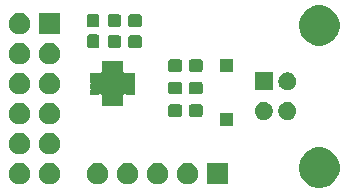
<source format=gbr>
G04 #@! TF.GenerationSoftware,KiCad,Pcbnew,5.1.6-c6e7f7d~86~ubuntu18.04.1*
G04 #@! TF.CreationDate,2021-05-10T21:05:39-07:00*
G04 #@! TF.ProjectId,usb_dev_pmod,7573625f-6465-4765-9f70-6d6f642e6b69,rev?*
G04 #@! TF.SameCoordinates,Original*
G04 #@! TF.FileFunction,Soldermask,Top*
G04 #@! TF.FilePolarity,Negative*
%FSLAX46Y46*%
G04 Gerber Fmt 4.6, Leading zero omitted, Abs format (unit mm)*
G04 Created by KiCad (PCBNEW 5.1.6-c6e7f7d~86~ubuntu18.04.1) date 2021-05-10 21:05:39*
%MOMM*%
%LPD*%
G01*
G04 APERTURE LIST*
%ADD10C,0.100000*%
G04 APERTURE END LIST*
D10*
G36*
X109700496Y-81668675D02*
G01*
X110011513Y-81797503D01*
X110011515Y-81797504D01*
X110291424Y-81984533D01*
X110529467Y-82222576D01*
X110716496Y-82502485D01*
X110716497Y-82502487D01*
X110845325Y-82813504D01*
X110911000Y-83143677D01*
X110911000Y-83480323D01*
X110845325Y-83810496D01*
X110716497Y-84121513D01*
X110716496Y-84121515D01*
X110529467Y-84401424D01*
X110291424Y-84639467D01*
X110011515Y-84826496D01*
X110011514Y-84826497D01*
X110011513Y-84826497D01*
X109700496Y-84955325D01*
X109370323Y-85021000D01*
X109033677Y-85021000D01*
X108703504Y-84955325D01*
X108392487Y-84826497D01*
X108392486Y-84826497D01*
X108392485Y-84826496D01*
X108112576Y-84639467D01*
X107874533Y-84401424D01*
X107687504Y-84121515D01*
X107687503Y-84121513D01*
X107558675Y-83810496D01*
X107493000Y-83480323D01*
X107493000Y-83143677D01*
X107558675Y-82813504D01*
X107687503Y-82502487D01*
X107687504Y-82502485D01*
X107874533Y-82222576D01*
X108112576Y-81984533D01*
X108392485Y-81797504D01*
X108392487Y-81797503D01*
X108703504Y-81668675D01*
X109033677Y-81603000D01*
X109370323Y-81603000D01*
X109700496Y-81668675D01*
G37*
G36*
X101485000Y-84721000D02*
G01*
X99683000Y-84721000D01*
X99683000Y-82919000D01*
X101485000Y-82919000D01*
X101485000Y-84721000D01*
G37*
G36*
X86473512Y-82923927D02*
G01*
X86622812Y-82953624D01*
X86786784Y-83021544D01*
X86934354Y-83120147D01*
X87059853Y-83245646D01*
X87158456Y-83393216D01*
X87226376Y-83557188D01*
X87261000Y-83731259D01*
X87261000Y-83908741D01*
X87226376Y-84082812D01*
X87158456Y-84246784D01*
X87059853Y-84394354D01*
X86934354Y-84519853D01*
X86786784Y-84618456D01*
X86622812Y-84686376D01*
X86473512Y-84716073D01*
X86448742Y-84721000D01*
X86271258Y-84721000D01*
X86246488Y-84716073D01*
X86097188Y-84686376D01*
X85933216Y-84618456D01*
X85785646Y-84519853D01*
X85660147Y-84394354D01*
X85561544Y-84246784D01*
X85493624Y-84082812D01*
X85459000Y-83908741D01*
X85459000Y-83731259D01*
X85493624Y-83557188D01*
X85561544Y-83393216D01*
X85660147Y-83245646D01*
X85785646Y-83120147D01*
X85933216Y-83021544D01*
X86097188Y-82953624D01*
X86246488Y-82923927D01*
X86271258Y-82919000D01*
X86448742Y-82919000D01*
X86473512Y-82923927D01*
G37*
G36*
X83933512Y-82923927D02*
G01*
X84082812Y-82953624D01*
X84246784Y-83021544D01*
X84394354Y-83120147D01*
X84519853Y-83245646D01*
X84618456Y-83393216D01*
X84686376Y-83557188D01*
X84721000Y-83731259D01*
X84721000Y-83908741D01*
X84686376Y-84082812D01*
X84618456Y-84246784D01*
X84519853Y-84394354D01*
X84394354Y-84519853D01*
X84246784Y-84618456D01*
X84082812Y-84686376D01*
X83933512Y-84716073D01*
X83908742Y-84721000D01*
X83731258Y-84721000D01*
X83706488Y-84716073D01*
X83557188Y-84686376D01*
X83393216Y-84618456D01*
X83245646Y-84519853D01*
X83120147Y-84394354D01*
X83021544Y-84246784D01*
X82953624Y-84082812D01*
X82919000Y-83908741D01*
X82919000Y-83731259D01*
X82953624Y-83557188D01*
X83021544Y-83393216D01*
X83120147Y-83245646D01*
X83245646Y-83120147D01*
X83393216Y-83021544D01*
X83557188Y-82953624D01*
X83706488Y-82923927D01*
X83731258Y-82919000D01*
X83908742Y-82919000D01*
X83933512Y-82923927D01*
G37*
G36*
X98157512Y-82923927D02*
G01*
X98306812Y-82953624D01*
X98470784Y-83021544D01*
X98618354Y-83120147D01*
X98743853Y-83245646D01*
X98842456Y-83393216D01*
X98910376Y-83557188D01*
X98945000Y-83731259D01*
X98945000Y-83908741D01*
X98910376Y-84082812D01*
X98842456Y-84246784D01*
X98743853Y-84394354D01*
X98618354Y-84519853D01*
X98470784Y-84618456D01*
X98306812Y-84686376D01*
X98157512Y-84716073D01*
X98132742Y-84721000D01*
X97955258Y-84721000D01*
X97930488Y-84716073D01*
X97781188Y-84686376D01*
X97617216Y-84618456D01*
X97469646Y-84519853D01*
X97344147Y-84394354D01*
X97245544Y-84246784D01*
X97177624Y-84082812D01*
X97143000Y-83908741D01*
X97143000Y-83731259D01*
X97177624Y-83557188D01*
X97245544Y-83393216D01*
X97344147Y-83245646D01*
X97469646Y-83120147D01*
X97617216Y-83021544D01*
X97781188Y-82953624D01*
X97930488Y-82923927D01*
X97955258Y-82919000D01*
X98132742Y-82919000D01*
X98157512Y-82923927D01*
G37*
G36*
X95617512Y-82923927D02*
G01*
X95766812Y-82953624D01*
X95930784Y-83021544D01*
X96078354Y-83120147D01*
X96203853Y-83245646D01*
X96302456Y-83393216D01*
X96370376Y-83557188D01*
X96405000Y-83731259D01*
X96405000Y-83908741D01*
X96370376Y-84082812D01*
X96302456Y-84246784D01*
X96203853Y-84394354D01*
X96078354Y-84519853D01*
X95930784Y-84618456D01*
X95766812Y-84686376D01*
X95617512Y-84716073D01*
X95592742Y-84721000D01*
X95415258Y-84721000D01*
X95390488Y-84716073D01*
X95241188Y-84686376D01*
X95077216Y-84618456D01*
X94929646Y-84519853D01*
X94804147Y-84394354D01*
X94705544Y-84246784D01*
X94637624Y-84082812D01*
X94603000Y-83908741D01*
X94603000Y-83731259D01*
X94637624Y-83557188D01*
X94705544Y-83393216D01*
X94804147Y-83245646D01*
X94929646Y-83120147D01*
X95077216Y-83021544D01*
X95241188Y-82953624D01*
X95390488Y-82923927D01*
X95415258Y-82919000D01*
X95592742Y-82919000D01*
X95617512Y-82923927D01*
G37*
G36*
X93077512Y-82923927D02*
G01*
X93226812Y-82953624D01*
X93390784Y-83021544D01*
X93538354Y-83120147D01*
X93663853Y-83245646D01*
X93762456Y-83393216D01*
X93830376Y-83557188D01*
X93865000Y-83731259D01*
X93865000Y-83908741D01*
X93830376Y-84082812D01*
X93762456Y-84246784D01*
X93663853Y-84394354D01*
X93538354Y-84519853D01*
X93390784Y-84618456D01*
X93226812Y-84686376D01*
X93077512Y-84716073D01*
X93052742Y-84721000D01*
X92875258Y-84721000D01*
X92850488Y-84716073D01*
X92701188Y-84686376D01*
X92537216Y-84618456D01*
X92389646Y-84519853D01*
X92264147Y-84394354D01*
X92165544Y-84246784D01*
X92097624Y-84082812D01*
X92063000Y-83908741D01*
X92063000Y-83731259D01*
X92097624Y-83557188D01*
X92165544Y-83393216D01*
X92264147Y-83245646D01*
X92389646Y-83120147D01*
X92537216Y-83021544D01*
X92701188Y-82953624D01*
X92850488Y-82923927D01*
X92875258Y-82919000D01*
X93052742Y-82919000D01*
X93077512Y-82923927D01*
G37*
G36*
X90537512Y-82923927D02*
G01*
X90686812Y-82953624D01*
X90850784Y-83021544D01*
X90998354Y-83120147D01*
X91123853Y-83245646D01*
X91222456Y-83393216D01*
X91290376Y-83557188D01*
X91325000Y-83731259D01*
X91325000Y-83908741D01*
X91290376Y-84082812D01*
X91222456Y-84246784D01*
X91123853Y-84394354D01*
X90998354Y-84519853D01*
X90850784Y-84618456D01*
X90686812Y-84686376D01*
X90537512Y-84716073D01*
X90512742Y-84721000D01*
X90335258Y-84721000D01*
X90310488Y-84716073D01*
X90161188Y-84686376D01*
X89997216Y-84618456D01*
X89849646Y-84519853D01*
X89724147Y-84394354D01*
X89625544Y-84246784D01*
X89557624Y-84082812D01*
X89523000Y-83908741D01*
X89523000Y-83731259D01*
X89557624Y-83557188D01*
X89625544Y-83393216D01*
X89724147Y-83245646D01*
X89849646Y-83120147D01*
X89997216Y-83021544D01*
X90161188Y-82953624D01*
X90310488Y-82923927D01*
X90335258Y-82919000D01*
X90512742Y-82919000D01*
X90537512Y-82923927D01*
G37*
G36*
X86473512Y-80383927D02*
G01*
X86622812Y-80413624D01*
X86786784Y-80481544D01*
X86934354Y-80580147D01*
X87059853Y-80705646D01*
X87158456Y-80853216D01*
X87226376Y-81017188D01*
X87261000Y-81191259D01*
X87261000Y-81368741D01*
X87226376Y-81542812D01*
X87158456Y-81706784D01*
X87059853Y-81854354D01*
X86934354Y-81979853D01*
X86786784Y-82078456D01*
X86622812Y-82146376D01*
X86473512Y-82176073D01*
X86448742Y-82181000D01*
X86271258Y-82181000D01*
X86246488Y-82176073D01*
X86097188Y-82146376D01*
X85933216Y-82078456D01*
X85785646Y-81979853D01*
X85660147Y-81854354D01*
X85561544Y-81706784D01*
X85493624Y-81542812D01*
X85459000Y-81368741D01*
X85459000Y-81191259D01*
X85493624Y-81017188D01*
X85561544Y-80853216D01*
X85660147Y-80705646D01*
X85785646Y-80580147D01*
X85933216Y-80481544D01*
X86097188Y-80413624D01*
X86246488Y-80383927D01*
X86271258Y-80379000D01*
X86448742Y-80379000D01*
X86473512Y-80383927D01*
G37*
G36*
X83933512Y-80383927D02*
G01*
X84082812Y-80413624D01*
X84246784Y-80481544D01*
X84394354Y-80580147D01*
X84519853Y-80705646D01*
X84618456Y-80853216D01*
X84686376Y-81017188D01*
X84721000Y-81191259D01*
X84721000Y-81368741D01*
X84686376Y-81542812D01*
X84618456Y-81706784D01*
X84519853Y-81854354D01*
X84394354Y-81979853D01*
X84246784Y-82078456D01*
X84082812Y-82146376D01*
X83933512Y-82176073D01*
X83908742Y-82181000D01*
X83731258Y-82181000D01*
X83706488Y-82176073D01*
X83557188Y-82146376D01*
X83393216Y-82078456D01*
X83245646Y-81979853D01*
X83120147Y-81854354D01*
X83021544Y-81706784D01*
X82953624Y-81542812D01*
X82919000Y-81368741D01*
X82919000Y-81191259D01*
X82953624Y-81017188D01*
X83021544Y-80853216D01*
X83120147Y-80705646D01*
X83245646Y-80580147D01*
X83393216Y-80481544D01*
X83557188Y-80413624D01*
X83706488Y-80383927D01*
X83731258Y-80379000D01*
X83908742Y-80379000D01*
X83933512Y-80383927D01*
G37*
G36*
X101897000Y-79799000D02*
G01*
X100795000Y-79799000D01*
X100795000Y-78697000D01*
X101897000Y-78697000D01*
X101897000Y-79799000D01*
G37*
G36*
X86473512Y-77843927D02*
G01*
X86622812Y-77873624D01*
X86786784Y-77941544D01*
X86934354Y-78040147D01*
X87059853Y-78165646D01*
X87158456Y-78313216D01*
X87226376Y-78477188D01*
X87261000Y-78651259D01*
X87261000Y-78828741D01*
X87226376Y-79002812D01*
X87158456Y-79166784D01*
X87059853Y-79314354D01*
X86934354Y-79439853D01*
X86786784Y-79538456D01*
X86622812Y-79606376D01*
X86473512Y-79636073D01*
X86448742Y-79641000D01*
X86271258Y-79641000D01*
X86246488Y-79636073D01*
X86097188Y-79606376D01*
X85933216Y-79538456D01*
X85785646Y-79439853D01*
X85660147Y-79314354D01*
X85561544Y-79166784D01*
X85493624Y-79002812D01*
X85459000Y-78828741D01*
X85459000Y-78651259D01*
X85493624Y-78477188D01*
X85561544Y-78313216D01*
X85660147Y-78165646D01*
X85785646Y-78040147D01*
X85933216Y-77941544D01*
X86097188Y-77873624D01*
X86246488Y-77843927D01*
X86271258Y-77839000D01*
X86448742Y-77839000D01*
X86473512Y-77843927D01*
G37*
G36*
X83933512Y-77843927D02*
G01*
X84082812Y-77873624D01*
X84246784Y-77941544D01*
X84394354Y-78040147D01*
X84519853Y-78165646D01*
X84618456Y-78313216D01*
X84686376Y-78477188D01*
X84721000Y-78651259D01*
X84721000Y-78828741D01*
X84686376Y-79002812D01*
X84618456Y-79166784D01*
X84519853Y-79314354D01*
X84394354Y-79439853D01*
X84246784Y-79538456D01*
X84082812Y-79606376D01*
X83933512Y-79636073D01*
X83908742Y-79641000D01*
X83731258Y-79641000D01*
X83706488Y-79636073D01*
X83557188Y-79606376D01*
X83393216Y-79538456D01*
X83245646Y-79439853D01*
X83120147Y-79314354D01*
X83021544Y-79166784D01*
X82953624Y-79002812D01*
X82919000Y-78828741D01*
X82919000Y-78651259D01*
X82953624Y-78477188D01*
X83021544Y-78313216D01*
X83120147Y-78165646D01*
X83245646Y-78040147D01*
X83393216Y-77941544D01*
X83557188Y-77873624D01*
X83706488Y-77843927D01*
X83731258Y-77839000D01*
X83908742Y-77839000D01*
X83933512Y-77843927D01*
G37*
G36*
X106641244Y-77751699D02*
G01*
X106715142Y-77766398D01*
X106854364Y-77824065D01*
X106979659Y-77907785D01*
X107086215Y-78014341D01*
X107169935Y-78139636D01*
X107227602Y-78278858D01*
X107257000Y-78426654D01*
X107257000Y-78577346D01*
X107227602Y-78725142D01*
X107169935Y-78864364D01*
X107086215Y-78989659D01*
X106979659Y-79096215D01*
X106854364Y-79179935D01*
X106715142Y-79237602D01*
X106641244Y-79252301D01*
X106567347Y-79267000D01*
X106416653Y-79267000D01*
X106342756Y-79252301D01*
X106268858Y-79237602D01*
X106129636Y-79179935D01*
X106004341Y-79096215D01*
X105897785Y-78989659D01*
X105814065Y-78864364D01*
X105756398Y-78725142D01*
X105727000Y-78577346D01*
X105727000Y-78426654D01*
X105756398Y-78278858D01*
X105814065Y-78139636D01*
X105897785Y-78014341D01*
X106004341Y-77907785D01*
X106129636Y-77824065D01*
X106268858Y-77766398D01*
X106342756Y-77751699D01*
X106416653Y-77737000D01*
X106567347Y-77737000D01*
X106641244Y-77751699D01*
G37*
G36*
X104641244Y-77751699D02*
G01*
X104715142Y-77766398D01*
X104854364Y-77824065D01*
X104979659Y-77907785D01*
X105086215Y-78014341D01*
X105169935Y-78139636D01*
X105227602Y-78278858D01*
X105257000Y-78426654D01*
X105257000Y-78577346D01*
X105227602Y-78725142D01*
X105169935Y-78864364D01*
X105086215Y-78989659D01*
X104979659Y-79096215D01*
X104854364Y-79179935D01*
X104715142Y-79237602D01*
X104641244Y-79252301D01*
X104567347Y-79267000D01*
X104416653Y-79267000D01*
X104342756Y-79252301D01*
X104268858Y-79237602D01*
X104129636Y-79179935D01*
X104004341Y-79096215D01*
X103897785Y-78989659D01*
X103814065Y-78864364D01*
X103756398Y-78725142D01*
X103727000Y-78577346D01*
X103727000Y-78426654D01*
X103756398Y-78278858D01*
X103814065Y-78139636D01*
X103897785Y-78014341D01*
X104004341Y-77907785D01*
X104129636Y-77824065D01*
X104268858Y-77766398D01*
X104342756Y-77751699D01*
X104416653Y-77737000D01*
X104567347Y-77737000D01*
X104641244Y-77751699D01*
G37*
G36*
X99156999Y-77964445D02*
G01*
X99194495Y-77975820D01*
X99229054Y-77994292D01*
X99259347Y-78019153D01*
X99284208Y-78049446D01*
X99302680Y-78084005D01*
X99314055Y-78121501D01*
X99318500Y-78166638D01*
X99318500Y-78805362D01*
X99314055Y-78850499D01*
X99302680Y-78887995D01*
X99284208Y-78922554D01*
X99259347Y-78952847D01*
X99229054Y-78977708D01*
X99194495Y-78996180D01*
X99156999Y-79007555D01*
X99111862Y-79012000D01*
X98373138Y-79012000D01*
X98328001Y-79007555D01*
X98290505Y-78996180D01*
X98255946Y-78977708D01*
X98225653Y-78952847D01*
X98200792Y-78922554D01*
X98182320Y-78887995D01*
X98170945Y-78850499D01*
X98166500Y-78805362D01*
X98166500Y-78166638D01*
X98170945Y-78121501D01*
X98182320Y-78084005D01*
X98200792Y-78049446D01*
X98225653Y-78019153D01*
X98255946Y-77994292D01*
X98290505Y-77975820D01*
X98328001Y-77964445D01*
X98373138Y-77960000D01*
X99111862Y-77960000D01*
X99156999Y-77964445D01*
G37*
G36*
X97406999Y-77964445D02*
G01*
X97444495Y-77975820D01*
X97479054Y-77994292D01*
X97509347Y-78019153D01*
X97534208Y-78049446D01*
X97552680Y-78084005D01*
X97564055Y-78121501D01*
X97568500Y-78166638D01*
X97568500Y-78805362D01*
X97564055Y-78850499D01*
X97552680Y-78887995D01*
X97534208Y-78922554D01*
X97509347Y-78952847D01*
X97479054Y-78977708D01*
X97444495Y-78996180D01*
X97406999Y-79007555D01*
X97361862Y-79012000D01*
X96623138Y-79012000D01*
X96578001Y-79007555D01*
X96540505Y-78996180D01*
X96505946Y-78977708D01*
X96475653Y-78952847D01*
X96450792Y-78922554D01*
X96432320Y-78887995D01*
X96420945Y-78850499D01*
X96416500Y-78805362D01*
X96416500Y-78166638D01*
X96420945Y-78121501D01*
X96432320Y-78084005D01*
X96450792Y-78049446D01*
X96475653Y-78019153D01*
X96505946Y-77994292D01*
X96540505Y-77975820D01*
X96578001Y-77964445D01*
X96623138Y-77960000D01*
X97361862Y-77960000D01*
X97406999Y-77964445D01*
G37*
G36*
X91099355Y-74300083D02*
G01*
X91104029Y-74301501D01*
X91108330Y-74303800D01*
X91114702Y-74309029D01*
X91135076Y-74322643D01*
X91157715Y-74332020D01*
X91181749Y-74336800D01*
X91206253Y-74336800D01*
X91230286Y-74332019D01*
X91252925Y-74322642D01*
X91273298Y-74309029D01*
X91279670Y-74303800D01*
X91283971Y-74301501D01*
X91288645Y-74300083D01*
X91299641Y-74299000D01*
X91588359Y-74299000D01*
X91599355Y-74300083D01*
X91604029Y-74301501D01*
X91608330Y-74303800D01*
X91614702Y-74309029D01*
X91635076Y-74322643D01*
X91657715Y-74332020D01*
X91681749Y-74336800D01*
X91706253Y-74336800D01*
X91730286Y-74332019D01*
X91752925Y-74322642D01*
X91773298Y-74309029D01*
X91779670Y-74303800D01*
X91783971Y-74301501D01*
X91788645Y-74300083D01*
X91799641Y-74299000D01*
X92088359Y-74299000D01*
X92099355Y-74300083D01*
X92104029Y-74301501D01*
X92108330Y-74303800D01*
X92114702Y-74309029D01*
X92135076Y-74322643D01*
X92157715Y-74332020D01*
X92181749Y-74336800D01*
X92206253Y-74336800D01*
X92230286Y-74332019D01*
X92252925Y-74322642D01*
X92273298Y-74309029D01*
X92279670Y-74303800D01*
X92283971Y-74301501D01*
X92288645Y-74300083D01*
X92299641Y-74299000D01*
X92588359Y-74299000D01*
X92599355Y-74300083D01*
X92604029Y-74301501D01*
X92608331Y-74303800D01*
X92612104Y-74306896D01*
X92615200Y-74310669D01*
X92617499Y-74314971D01*
X92618917Y-74319645D01*
X92620000Y-74330641D01*
X92620000Y-75044359D01*
X92618917Y-75055355D01*
X92617499Y-75060029D01*
X92615056Y-75064599D01*
X92601779Y-75084467D01*
X92592401Y-75107106D01*
X92587619Y-75131139D01*
X92587618Y-75155643D01*
X92592398Y-75179676D01*
X92601774Y-75202316D01*
X92615387Y-75222691D01*
X92632716Y-75240020D01*
X92644395Y-75249605D01*
X92653980Y-75261284D01*
X92671307Y-75278611D01*
X92691682Y-75292224D01*
X92714321Y-75301601D01*
X92738354Y-75306381D01*
X92762858Y-75306381D01*
X92786891Y-75301600D01*
X92809530Y-75292222D01*
X92829401Y-75278944D01*
X92833971Y-75276501D01*
X92838645Y-75275083D01*
X92849641Y-75274000D01*
X93563359Y-75274000D01*
X93574355Y-75275083D01*
X93579029Y-75276501D01*
X93583331Y-75278800D01*
X93587104Y-75281896D01*
X93590200Y-75285669D01*
X93592499Y-75289971D01*
X93593917Y-75294645D01*
X93595000Y-75305641D01*
X93595000Y-75594359D01*
X93593917Y-75605355D01*
X93592499Y-75610029D01*
X93590200Y-75614330D01*
X93584971Y-75620702D01*
X93571357Y-75641076D01*
X93561980Y-75663715D01*
X93557200Y-75687749D01*
X93557200Y-75712253D01*
X93561981Y-75736286D01*
X93571358Y-75758925D01*
X93584971Y-75779298D01*
X93590200Y-75785670D01*
X93592499Y-75789971D01*
X93593917Y-75794645D01*
X93595000Y-75805641D01*
X93595000Y-76094359D01*
X93593917Y-76105355D01*
X93592499Y-76110029D01*
X93590200Y-76114330D01*
X93584971Y-76120702D01*
X93571357Y-76141076D01*
X93561980Y-76163715D01*
X93557200Y-76187749D01*
X93557200Y-76212253D01*
X93561981Y-76236286D01*
X93571358Y-76258925D01*
X93584971Y-76279298D01*
X93590200Y-76285670D01*
X93592499Y-76289971D01*
X93593917Y-76294645D01*
X93595000Y-76305641D01*
X93595000Y-76594359D01*
X93593917Y-76605355D01*
X93592499Y-76610029D01*
X93590200Y-76614330D01*
X93584971Y-76620702D01*
X93571357Y-76641076D01*
X93561980Y-76663715D01*
X93557200Y-76687749D01*
X93557200Y-76712253D01*
X93561981Y-76736286D01*
X93571358Y-76758925D01*
X93584971Y-76779298D01*
X93590200Y-76785670D01*
X93592499Y-76789971D01*
X93593917Y-76794645D01*
X93595000Y-76805641D01*
X93595000Y-77094359D01*
X93593917Y-77105355D01*
X93592499Y-77110029D01*
X93590200Y-77114331D01*
X93587104Y-77118104D01*
X93583331Y-77121200D01*
X93579029Y-77123499D01*
X93574355Y-77124917D01*
X93563359Y-77126000D01*
X92849641Y-77126000D01*
X92838645Y-77124917D01*
X92833971Y-77123499D01*
X92829401Y-77121056D01*
X92809533Y-77107779D01*
X92786894Y-77098401D01*
X92762861Y-77093619D01*
X92738357Y-77093618D01*
X92714324Y-77098398D01*
X92691684Y-77107774D01*
X92671309Y-77121387D01*
X92653980Y-77138716D01*
X92644395Y-77150395D01*
X92632716Y-77159980D01*
X92615389Y-77177307D01*
X92601776Y-77197682D01*
X92592399Y-77220321D01*
X92587619Y-77244354D01*
X92587619Y-77268858D01*
X92592400Y-77292891D01*
X92601778Y-77315530D01*
X92615056Y-77335401D01*
X92617499Y-77339971D01*
X92618917Y-77344645D01*
X92620000Y-77355641D01*
X92620000Y-78069359D01*
X92618917Y-78080355D01*
X92617499Y-78085029D01*
X92615200Y-78089331D01*
X92612104Y-78093104D01*
X92608331Y-78096200D01*
X92604029Y-78098499D01*
X92599355Y-78099917D01*
X92588359Y-78101000D01*
X92299641Y-78101000D01*
X92288645Y-78099917D01*
X92283971Y-78098499D01*
X92279670Y-78096200D01*
X92273298Y-78090971D01*
X92252924Y-78077357D01*
X92230285Y-78067980D01*
X92206251Y-78063200D01*
X92181747Y-78063200D01*
X92157714Y-78067981D01*
X92135075Y-78077358D01*
X92114702Y-78090971D01*
X92108330Y-78096200D01*
X92104029Y-78098499D01*
X92099355Y-78099917D01*
X92088359Y-78101000D01*
X91799641Y-78101000D01*
X91788645Y-78099917D01*
X91783971Y-78098499D01*
X91779670Y-78096200D01*
X91773298Y-78090971D01*
X91752924Y-78077357D01*
X91730285Y-78067980D01*
X91706251Y-78063200D01*
X91681747Y-78063200D01*
X91657714Y-78067981D01*
X91635075Y-78077358D01*
X91614702Y-78090971D01*
X91608330Y-78096200D01*
X91604029Y-78098499D01*
X91599355Y-78099917D01*
X91588359Y-78101000D01*
X91299641Y-78101000D01*
X91288645Y-78099917D01*
X91283971Y-78098499D01*
X91279670Y-78096200D01*
X91273298Y-78090971D01*
X91252924Y-78077357D01*
X91230285Y-78067980D01*
X91206251Y-78063200D01*
X91181747Y-78063200D01*
X91157714Y-78067981D01*
X91135075Y-78077358D01*
X91114702Y-78090971D01*
X91108330Y-78096200D01*
X91104029Y-78098499D01*
X91099355Y-78099917D01*
X91088359Y-78101000D01*
X90799641Y-78101000D01*
X90788645Y-78099917D01*
X90783971Y-78098499D01*
X90779669Y-78096200D01*
X90775896Y-78093104D01*
X90772800Y-78089331D01*
X90770501Y-78085029D01*
X90769083Y-78080355D01*
X90768000Y-78069359D01*
X90768000Y-77355641D01*
X90769083Y-77344645D01*
X90770501Y-77339971D01*
X90772944Y-77335401D01*
X90786221Y-77315533D01*
X90795599Y-77292894D01*
X90800381Y-77268861D01*
X90800382Y-77244357D01*
X90795602Y-77220324D01*
X90786226Y-77197684D01*
X90772613Y-77177309D01*
X90755284Y-77159980D01*
X90743605Y-77150395D01*
X90734020Y-77138716D01*
X90716693Y-77121389D01*
X90696318Y-77107776D01*
X90673679Y-77098399D01*
X90649646Y-77093619D01*
X90625142Y-77093619D01*
X90601109Y-77098400D01*
X90578470Y-77107778D01*
X90558599Y-77121056D01*
X90554029Y-77123499D01*
X90549355Y-77124917D01*
X90538359Y-77126000D01*
X89824641Y-77126000D01*
X89813645Y-77124917D01*
X89808971Y-77123499D01*
X89804669Y-77121200D01*
X89800896Y-77118104D01*
X89797800Y-77114331D01*
X89795501Y-77110029D01*
X89794083Y-77105355D01*
X89793000Y-77094359D01*
X89793000Y-76805641D01*
X89794083Y-76794645D01*
X89795501Y-76789971D01*
X89797800Y-76785670D01*
X89803029Y-76779298D01*
X89816643Y-76758924D01*
X89826020Y-76736285D01*
X89830800Y-76712251D01*
X89830800Y-76687747D01*
X89826019Y-76663714D01*
X89816642Y-76641075D01*
X89803029Y-76620702D01*
X89797800Y-76614330D01*
X89795501Y-76610029D01*
X89794083Y-76605355D01*
X89793000Y-76594359D01*
X89793000Y-76305641D01*
X89794083Y-76294645D01*
X89795501Y-76289971D01*
X89797800Y-76285670D01*
X89803029Y-76279298D01*
X89816643Y-76258924D01*
X89826020Y-76236285D01*
X89830800Y-76212251D01*
X89830800Y-76187747D01*
X89826019Y-76163714D01*
X89816642Y-76141075D01*
X89803029Y-76120702D01*
X89797800Y-76114330D01*
X89795501Y-76110029D01*
X89794083Y-76105355D01*
X89793000Y-76094359D01*
X89793000Y-75805641D01*
X89794083Y-75794645D01*
X89795501Y-75789971D01*
X89797800Y-75785670D01*
X89803029Y-75779298D01*
X89816643Y-75758924D01*
X89826020Y-75736285D01*
X89830800Y-75712251D01*
X89830800Y-75687747D01*
X89826019Y-75663714D01*
X89816642Y-75641075D01*
X89803029Y-75620702D01*
X89797800Y-75614330D01*
X89795501Y-75610029D01*
X89794083Y-75605355D01*
X89793000Y-75594359D01*
X89793000Y-75305641D01*
X89794083Y-75294645D01*
X89795501Y-75289971D01*
X89797800Y-75285669D01*
X89800896Y-75281896D01*
X89804669Y-75278800D01*
X89808971Y-75276501D01*
X89813645Y-75275083D01*
X89824641Y-75274000D01*
X90538359Y-75274000D01*
X90549355Y-75275083D01*
X90554029Y-75276501D01*
X90558599Y-75278944D01*
X90578467Y-75292221D01*
X90601106Y-75301599D01*
X90625139Y-75306381D01*
X90649643Y-75306382D01*
X90673676Y-75301602D01*
X90696316Y-75292226D01*
X90716691Y-75278613D01*
X90734020Y-75261284D01*
X90743605Y-75249605D01*
X90755284Y-75240020D01*
X90772611Y-75222693D01*
X90786224Y-75202318D01*
X90795601Y-75179679D01*
X90800381Y-75155646D01*
X90800381Y-75131142D01*
X90795600Y-75107109D01*
X90786222Y-75084470D01*
X90772944Y-75064599D01*
X90770501Y-75060029D01*
X90769083Y-75055355D01*
X90768000Y-75044359D01*
X90768000Y-74330641D01*
X90769083Y-74319645D01*
X90770501Y-74314971D01*
X90772800Y-74310669D01*
X90775896Y-74306896D01*
X90779669Y-74303800D01*
X90783971Y-74301501D01*
X90788645Y-74300083D01*
X90799641Y-74299000D01*
X91088359Y-74299000D01*
X91099355Y-74300083D01*
G37*
G36*
X99156999Y-76059445D02*
G01*
X99194495Y-76070820D01*
X99229054Y-76089292D01*
X99259347Y-76114153D01*
X99284208Y-76144446D01*
X99302680Y-76179005D01*
X99314055Y-76216501D01*
X99318500Y-76261638D01*
X99318500Y-76900362D01*
X99314055Y-76945499D01*
X99302680Y-76982995D01*
X99284208Y-77017554D01*
X99259347Y-77047847D01*
X99229054Y-77072708D01*
X99194495Y-77091180D01*
X99156999Y-77102555D01*
X99111862Y-77107000D01*
X98373138Y-77107000D01*
X98328001Y-77102555D01*
X98290505Y-77091180D01*
X98255946Y-77072708D01*
X98225653Y-77047847D01*
X98200792Y-77017554D01*
X98182320Y-76982995D01*
X98170945Y-76945499D01*
X98166500Y-76900362D01*
X98166500Y-76261638D01*
X98170945Y-76216501D01*
X98182320Y-76179005D01*
X98200792Y-76144446D01*
X98225653Y-76114153D01*
X98255946Y-76089292D01*
X98290505Y-76070820D01*
X98328001Y-76059445D01*
X98373138Y-76055000D01*
X99111862Y-76055000D01*
X99156999Y-76059445D01*
G37*
G36*
X97406999Y-76059445D02*
G01*
X97444495Y-76070820D01*
X97479054Y-76089292D01*
X97509347Y-76114153D01*
X97534208Y-76144446D01*
X97552680Y-76179005D01*
X97564055Y-76216501D01*
X97568500Y-76261638D01*
X97568500Y-76900362D01*
X97564055Y-76945499D01*
X97552680Y-76982995D01*
X97534208Y-77017554D01*
X97509347Y-77047847D01*
X97479054Y-77072708D01*
X97444495Y-77091180D01*
X97406999Y-77102555D01*
X97361862Y-77107000D01*
X96623138Y-77107000D01*
X96578001Y-77102555D01*
X96540505Y-77091180D01*
X96505946Y-77072708D01*
X96475653Y-77047847D01*
X96450792Y-77017554D01*
X96432320Y-76982995D01*
X96420945Y-76945499D01*
X96416500Y-76900362D01*
X96416500Y-76261638D01*
X96420945Y-76216501D01*
X96432320Y-76179005D01*
X96450792Y-76144446D01*
X96475653Y-76114153D01*
X96505946Y-76089292D01*
X96540505Y-76070820D01*
X96578001Y-76059445D01*
X96623138Y-76055000D01*
X97361862Y-76055000D01*
X97406999Y-76059445D01*
G37*
G36*
X83933512Y-75303927D02*
G01*
X84082812Y-75333624D01*
X84246784Y-75401544D01*
X84394354Y-75500147D01*
X84519853Y-75625646D01*
X84618456Y-75773216D01*
X84686376Y-75937188D01*
X84709843Y-76055168D01*
X84721000Y-76111258D01*
X84721000Y-76288742D01*
X84716153Y-76313110D01*
X84686376Y-76462812D01*
X84618456Y-76626784D01*
X84519853Y-76774354D01*
X84394354Y-76899853D01*
X84246784Y-76998456D01*
X84082812Y-77066376D01*
X83942128Y-77094359D01*
X83908742Y-77101000D01*
X83731258Y-77101000D01*
X83697872Y-77094359D01*
X83557188Y-77066376D01*
X83393216Y-76998456D01*
X83245646Y-76899853D01*
X83120147Y-76774354D01*
X83021544Y-76626784D01*
X82953624Y-76462812D01*
X82923847Y-76313110D01*
X82919000Y-76288742D01*
X82919000Y-76111258D01*
X82930157Y-76055168D01*
X82953624Y-75937188D01*
X83021544Y-75773216D01*
X83120147Y-75625646D01*
X83245646Y-75500147D01*
X83393216Y-75401544D01*
X83557188Y-75333624D01*
X83706488Y-75303927D01*
X83731258Y-75299000D01*
X83908742Y-75299000D01*
X83933512Y-75303927D01*
G37*
G36*
X86473512Y-75303927D02*
G01*
X86622812Y-75333624D01*
X86786784Y-75401544D01*
X86934354Y-75500147D01*
X87059853Y-75625646D01*
X87158456Y-75773216D01*
X87226376Y-75937188D01*
X87249843Y-76055168D01*
X87261000Y-76111258D01*
X87261000Y-76288742D01*
X87256153Y-76313110D01*
X87226376Y-76462812D01*
X87158456Y-76626784D01*
X87059853Y-76774354D01*
X86934354Y-76899853D01*
X86786784Y-76998456D01*
X86622812Y-77066376D01*
X86482128Y-77094359D01*
X86448742Y-77101000D01*
X86271258Y-77101000D01*
X86237872Y-77094359D01*
X86097188Y-77066376D01*
X85933216Y-76998456D01*
X85785646Y-76899853D01*
X85660147Y-76774354D01*
X85561544Y-76626784D01*
X85493624Y-76462812D01*
X85463847Y-76313110D01*
X85459000Y-76288742D01*
X85459000Y-76111258D01*
X85470157Y-76055168D01*
X85493624Y-75937188D01*
X85561544Y-75773216D01*
X85660147Y-75625646D01*
X85785646Y-75500147D01*
X85933216Y-75401544D01*
X86097188Y-75333624D01*
X86246488Y-75303927D01*
X86271258Y-75299000D01*
X86448742Y-75299000D01*
X86473512Y-75303927D01*
G37*
G36*
X105257000Y-76767000D02*
G01*
X103727000Y-76767000D01*
X103727000Y-75237000D01*
X105257000Y-75237000D01*
X105257000Y-76767000D01*
G37*
G36*
X106630717Y-75249605D02*
G01*
X106715142Y-75266398D01*
X106854364Y-75324065D01*
X106979659Y-75407785D01*
X107086215Y-75514341D01*
X107169935Y-75639636D01*
X107227602Y-75778858D01*
X107257000Y-75926654D01*
X107257000Y-76077346D01*
X107227602Y-76225142D01*
X107169935Y-76364364D01*
X107086215Y-76489659D01*
X106979659Y-76596215D01*
X106854364Y-76679935D01*
X106715142Y-76737602D01*
X106641244Y-76752301D01*
X106567347Y-76767000D01*
X106416653Y-76767000D01*
X106342756Y-76752301D01*
X106268858Y-76737602D01*
X106129636Y-76679935D01*
X106004341Y-76596215D01*
X105897785Y-76489659D01*
X105814065Y-76364364D01*
X105756398Y-76225142D01*
X105727000Y-76077346D01*
X105727000Y-75926654D01*
X105756398Y-75778858D01*
X105814065Y-75639636D01*
X105897785Y-75514341D01*
X106004341Y-75407785D01*
X106129636Y-75324065D01*
X106268858Y-75266398D01*
X106353283Y-75249605D01*
X106416653Y-75237000D01*
X106567347Y-75237000D01*
X106630717Y-75249605D01*
G37*
G36*
X101897000Y-75227000D02*
G01*
X100795000Y-75227000D01*
X100795000Y-74125000D01*
X101897000Y-74125000D01*
X101897000Y-75227000D01*
G37*
G36*
X97406999Y-74154445D02*
G01*
X97444495Y-74165820D01*
X97479054Y-74184292D01*
X97509347Y-74209153D01*
X97534208Y-74239446D01*
X97552680Y-74274005D01*
X97564055Y-74311501D01*
X97568500Y-74356638D01*
X97568500Y-74995362D01*
X97564055Y-75040499D01*
X97552680Y-75077995D01*
X97534208Y-75112554D01*
X97509347Y-75142847D01*
X97479054Y-75167708D01*
X97444495Y-75186180D01*
X97406999Y-75197555D01*
X97361862Y-75202000D01*
X96623138Y-75202000D01*
X96578001Y-75197555D01*
X96540505Y-75186180D01*
X96505946Y-75167708D01*
X96475653Y-75142847D01*
X96450792Y-75112554D01*
X96432320Y-75077995D01*
X96420945Y-75040499D01*
X96416500Y-74995362D01*
X96416500Y-74356638D01*
X96420945Y-74311501D01*
X96432320Y-74274005D01*
X96450792Y-74239446D01*
X96475653Y-74209153D01*
X96505946Y-74184292D01*
X96540505Y-74165820D01*
X96578001Y-74154445D01*
X96623138Y-74150000D01*
X97361862Y-74150000D01*
X97406999Y-74154445D01*
G37*
G36*
X99156999Y-74154445D02*
G01*
X99194495Y-74165820D01*
X99229054Y-74184292D01*
X99259347Y-74209153D01*
X99284208Y-74239446D01*
X99302680Y-74274005D01*
X99314055Y-74311501D01*
X99318500Y-74356638D01*
X99318500Y-74995362D01*
X99314055Y-75040499D01*
X99302680Y-75077995D01*
X99284208Y-75112554D01*
X99259347Y-75142847D01*
X99229054Y-75167708D01*
X99194495Y-75186180D01*
X99156999Y-75197555D01*
X99111862Y-75202000D01*
X98373138Y-75202000D01*
X98328001Y-75197555D01*
X98290505Y-75186180D01*
X98255946Y-75167708D01*
X98225653Y-75142847D01*
X98200792Y-75112554D01*
X98182320Y-75077995D01*
X98170945Y-75040499D01*
X98166500Y-74995362D01*
X98166500Y-74356638D01*
X98170945Y-74311501D01*
X98182320Y-74274005D01*
X98200792Y-74239446D01*
X98225653Y-74209153D01*
X98255946Y-74184292D01*
X98290505Y-74165820D01*
X98328001Y-74154445D01*
X98373138Y-74150000D01*
X99111862Y-74150000D01*
X99156999Y-74154445D01*
G37*
G36*
X83933512Y-72763927D02*
G01*
X84082812Y-72793624D01*
X84246784Y-72861544D01*
X84394354Y-72960147D01*
X84519853Y-73085646D01*
X84618456Y-73233216D01*
X84686376Y-73397188D01*
X84721000Y-73571259D01*
X84721000Y-73748741D01*
X84686376Y-73922812D01*
X84618456Y-74086784D01*
X84519853Y-74234354D01*
X84394354Y-74359853D01*
X84246784Y-74458456D01*
X84082812Y-74526376D01*
X83933512Y-74556073D01*
X83908742Y-74561000D01*
X83731258Y-74561000D01*
X83706488Y-74556073D01*
X83557188Y-74526376D01*
X83393216Y-74458456D01*
X83245646Y-74359853D01*
X83120147Y-74234354D01*
X83021544Y-74086784D01*
X82953624Y-73922812D01*
X82919000Y-73748741D01*
X82919000Y-73571259D01*
X82953624Y-73397188D01*
X83021544Y-73233216D01*
X83120147Y-73085646D01*
X83245646Y-72960147D01*
X83393216Y-72861544D01*
X83557188Y-72793624D01*
X83706488Y-72763927D01*
X83731258Y-72759000D01*
X83908742Y-72759000D01*
X83933512Y-72763927D01*
G37*
G36*
X86473512Y-72763927D02*
G01*
X86622812Y-72793624D01*
X86786784Y-72861544D01*
X86934354Y-72960147D01*
X87059853Y-73085646D01*
X87158456Y-73233216D01*
X87226376Y-73397188D01*
X87261000Y-73571259D01*
X87261000Y-73748741D01*
X87226376Y-73922812D01*
X87158456Y-74086784D01*
X87059853Y-74234354D01*
X86934354Y-74359853D01*
X86786784Y-74458456D01*
X86622812Y-74526376D01*
X86473512Y-74556073D01*
X86448742Y-74561000D01*
X86271258Y-74561000D01*
X86246488Y-74556073D01*
X86097188Y-74526376D01*
X85933216Y-74458456D01*
X85785646Y-74359853D01*
X85660147Y-74234354D01*
X85561544Y-74086784D01*
X85493624Y-73922812D01*
X85459000Y-73748741D01*
X85459000Y-73571259D01*
X85493624Y-73397188D01*
X85561544Y-73233216D01*
X85660147Y-73085646D01*
X85785646Y-72960147D01*
X85933216Y-72861544D01*
X86097188Y-72793624D01*
X86246488Y-72763927D01*
X86271258Y-72759000D01*
X86448742Y-72759000D01*
X86473512Y-72763927D01*
G37*
G36*
X90407499Y-72044445D02*
G01*
X90444995Y-72055820D01*
X90479554Y-72074292D01*
X90509847Y-72099153D01*
X90534708Y-72129446D01*
X90553180Y-72164005D01*
X90564555Y-72201501D01*
X90569000Y-72246638D01*
X90569000Y-72985362D01*
X90564555Y-73030499D01*
X90553180Y-73067995D01*
X90534708Y-73102554D01*
X90509847Y-73132847D01*
X90479554Y-73157708D01*
X90444995Y-73176180D01*
X90407499Y-73187555D01*
X90362362Y-73192000D01*
X89723638Y-73192000D01*
X89678501Y-73187555D01*
X89641005Y-73176180D01*
X89606446Y-73157708D01*
X89576153Y-73132847D01*
X89551292Y-73102554D01*
X89532820Y-73067995D01*
X89521445Y-73030499D01*
X89517000Y-72985362D01*
X89517000Y-72246638D01*
X89521445Y-72201501D01*
X89532820Y-72164005D01*
X89551292Y-72129446D01*
X89576153Y-72099153D01*
X89606446Y-72074292D01*
X89641005Y-72055820D01*
X89678501Y-72044445D01*
X89723638Y-72040000D01*
X90362362Y-72040000D01*
X90407499Y-72044445D01*
G37*
G36*
X94013499Y-72122445D02*
G01*
X94050995Y-72133820D01*
X94085554Y-72152292D01*
X94115847Y-72177153D01*
X94140708Y-72207446D01*
X94159180Y-72242005D01*
X94170555Y-72279501D01*
X94175000Y-72324638D01*
X94175000Y-72963362D01*
X94170555Y-73008499D01*
X94159180Y-73045995D01*
X94140708Y-73080554D01*
X94115847Y-73110847D01*
X94085554Y-73135708D01*
X94050995Y-73154180D01*
X94013499Y-73165555D01*
X93968362Y-73170000D01*
X93229638Y-73170000D01*
X93184501Y-73165555D01*
X93147005Y-73154180D01*
X93112446Y-73135708D01*
X93082153Y-73110847D01*
X93057292Y-73080554D01*
X93038820Y-73045995D01*
X93027445Y-73008499D01*
X93023000Y-72963362D01*
X93023000Y-72324638D01*
X93027445Y-72279501D01*
X93038820Y-72242005D01*
X93057292Y-72207446D01*
X93082153Y-72177153D01*
X93112446Y-72152292D01*
X93147005Y-72133820D01*
X93184501Y-72122445D01*
X93229638Y-72118000D01*
X93968362Y-72118000D01*
X94013499Y-72122445D01*
G37*
G36*
X92263499Y-72122445D02*
G01*
X92300995Y-72133820D01*
X92335554Y-72152292D01*
X92365847Y-72177153D01*
X92390708Y-72207446D01*
X92409180Y-72242005D01*
X92420555Y-72279501D01*
X92425000Y-72324638D01*
X92425000Y-72963362D01*
X92420555Y-73008499D01*
X92409180Y-73045995D01*
X92390708Y-73080554D01*
X92365847Y-73110847D01*
X92335554Y-73135708D01*
X92300995Y-73154180D01*
X92263499Y-73165555D01*
X92218362Y-73170000D01*
X91479638Y-73170000D01*
X91434501Y-73165555D01*
X91397005Y-73154180D01*
X91362446Y-73135708D01*
X91332153Y-73110847D01*
X91307292Y-73080554D01*
X91288820Y-73045995D01*
X91277445Y-73008499D01*
X91273000Y-72963362D01*
X91273000Y-72324638D01*
X91277445Y-72279501D01*
X91288820Y-72242005D01*
X91307292Y-72207446D01*
X91332153Y-72177153D01*
X91362446Y-72152292D01*
X91397005Y-72133820D01*
X91434501Y-72122445D01*
X91479638Y-72118000D01*
X92218362Y-72118000D01*
X92263499Y-72122445D01*
G37*
G36*
X109700496Y-69628675D02*
G01*
X110011513Y-69757503D01*
X110011515Y-69757504D01*
X110291424Y-69944533D01*
X110529467Y-70182576D01*
X110712754Y-70456885D01*
X110716497Y-70462487D01*
X110845325Y-70773504D01*
X110911000Y-71103677D01*
X110911000Y-71440323D01*
X110845325Y-71770496D01*
X110755904Y-71986376D01*
X110716496Y-72081515D01*
X110529467Y-72361424D01*
X110291424Y-72599467D01*
X110011515Y-72786496D01*
X110011514Y-72786497D01*
X110011513Y-72786497D01*
X109700496Y-72915325D01*
X109370323Y-72981000D01*
X109033677Y-72981000D01*
X108703504Y-72915325D01*
X108392487Y-72786497D01*
X108392486Y-72786497D01*
X108392485Y-72786496D01*
X108112576Y-72599467D01*
X107874533Y-72361424D01*
X107687504Y-72081515D01*
X107648096Y-71986376D01*
X107558675Y-71770496D01*
X107493000Y-71440323D01*
X107493000Y-71103677D01*
X107558675Y-70773504D01*
X107687503Y-70462487D01*
X107691246Y-70456885D01*
X107874533Y-70182576D01*
X108112576Y-69944533D01*
X108392485Y-69757504D01*
X108392487Y-69757503D01*
X108703504Y-69628675D01*
X109033677Y-69563000D01*
X109370323Y-69563000D01*
X109700496Y-69628675D01*
G37*
G36*
X87261000Y-72021000D02*
G01*
X85459000Y-72021000D01*
X85459000Y-70219000D01*
X87261000Y-70219000D01*
X87261000Y-72021000D01*
G37*
G36*
X83933512Y-70223927D02*
G01*
X84082812Y-70253624D01*
X84246784Y-70321544D01*
X84394354Y-70420147D01*
X84519853Y-70545646D01*
X84618456Y-70693216D01*
X84686376Y-70857188D01*
X84721000Y-71031259D01*
X84721000Y-71208741D01*
X84686376Y-71382812D01*
X84618456Y-71546784D01*
X84519853Y-71694354D01*
X84394354Y-71819853D01*
X84246784Y-71918456D01*
X84082812Y-71986376D01*
X83933512Y-72016073D01*
X83908742Y-72021000D01*
X83731258Y-72021000D01*
X83706488Y-72016073D01*
X83557188Y-71986376D01*
X83393216Y-71918456D01*
X83245646Y-71819853D01*
X83120147Y-71694354D01*
X83021544Y-71546784D01*
X82953624Y-71382812D01*
X82919000Y-71208741D01*
X82919000Y-71031259D01*
X82953624Y-70857188D01*
X83021544Y-70693216D01*
X83120147Y-70545646D01*
X83245646Y-70420147D01*
X83393216Y-70321544D01*
X83557188Y-70253624D01*
X83706488Y-70223927D01*
X83731258Y-70219000D01*
X83908742Y-70219000D01*
X83933512Y-70223927D01*
G37*
G36*
X90407499Y-70294445D02*
G01*
X90444995Y-70305820D01*
X90479554Y-70324292D01*
X90509847Y-70349153D01*
X90534708Y-70379446D01*
X90553180Y-70414005D01*
X90564555Y-70451501D01*
X90569000Y-70496638D01*
X90569000Y-71235362D01*
X90564555Y-71280499D01*
X90553180Y-71317995D01*
X90534708Y-71352554D01*
X90509847Y-71382847D01*
X90479554Y-71407708D01*
X90444995Y-71426180D01*
X90407499Y-71437555D01*
X90362362Y-71442000D01*
X89723638Y-71442000D01*
X89678501Y-71437555D01*
X89641005Y-71426180D01*
X89606446Y-71407708D01*
X89576153Y-71382847D01*
X89551292Y-71352554D01*
X89532820Y-71317995D01*
X89521445Y-71280499D01*
X89517000Y-71235362D01*
X89517000Y-70496638D01*
X89521445Y-70451501D01*
X89532820Y-70414005D01*
X89551292Y-70379446D01*
X89576153Y-70349153D01*
X89606446Y-70324292D01*
X89641005Y-70305820D01*
X89678501Y-70294445D01*
X89723638Y-70290000D01*
X90362362Y-70290000D01*
X90407499Y-70294445D01*
G37*
G36*
X92263499Y-70344445D02*
G01*
X92300995Y-70355820D01*
X92335554Y-70374292D01*
X92365847Y-70399153D01*
X92390708Y-70429446D01*
X92409180Y-70464005D01*
X92420555Y-70501501D01*
X92425000Y-70546638D01*
X92425000Y-71185362D01*
X92420555Y-71230499D01*
X92409180Y-71267995D01*
X92390708Y-71302554D01*
X92365847Y-71332847D01*
X92335554Y-71357708D01*
X92300995Y-71376180D01*
X92263499Y-71387555D01*
X92218362Y-71392000D01*
X91479638Y-71392000D01*
X91434501Y-71387555D01*
X91397005Y-71376180D01*
X91362446Y-71357708D01*
X91332153Y-71332847D01*
X91307292Y-71302554D01*
X91288820Y-71267995D01*
X91277445Y-71230499D01*
X91273000Y-71185362D01*
X91273000Y-70546638D01*
X91277445Y-70501501D01*
X91288820Y-70464005D01*
X91307292Y-70429446D01*
X91332153Y-70399153D01*
X91362446Y-70374292D01*
X91397005Y-70355820D01*
X91434501Y-70344445D01*
X91479638Y-70340000D01*
X92218362Y-70340000D01*
X92263499Y-70344445D01*
G37*
G36*
X94013499Y-70344445D02*
G01*
X94050995Y-70355820D01*
X94085554Y-70374292D01*
X94115847Y-70399153D01*
X94140708Y-70429446D01*
X94159180Y-70464005D01*
X94170555Y-70501501D01*
X94175000Y-70546638D01*
X94175000Y-71185362D01*
X94170555Y-71230499D01*
X94159180Y-71267995D01*
X94140708Y-71302554D01*
X94115847Y-71332847D01*
X94085554Y-71357708D01*
X94050995Y-71376180D01*
X94013499Y-71387555D01*
X93968362Y-71392000D01*
X93229638Y-71392000D01*
X93184501Y-71387555D01*
X93147005Y-71376180D01*
X93112446Y-71357708D01*
X93082153Y-71332847D01*
X93057292Y-71302554D01*
X93038820Y-71267995D01*
X93027445Y-71230499D01*
X93023000Y-71185362D01*
X93023000Y-70546638D01*
X93027445Y-70501501D01*
X93038820Y-70464005D01*
X93057292Y-70429446D01*
X93082153Y-70399153D01*
X93112446Y-70374292D01*
X93147005Y-70355820D01*
X93184501Y-70344445D01*
X93229638Y-70340000D01*
X93968362Y-70340000D01*
X94013499Y-70344445D01*
G37*
M02*

</source>
